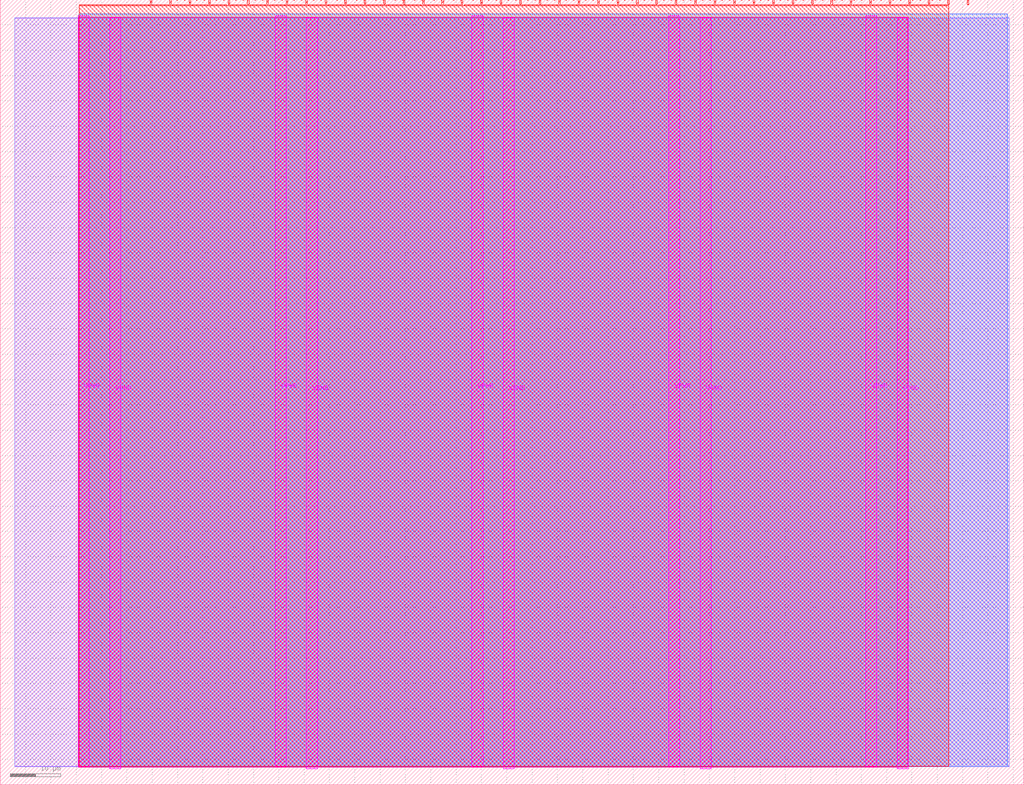
<source format=lef>
VERSION 5.7 ;
  NOWIREEXTENSIONATPIN ON ;
  DIVIDERCHAR "/" ;
  BUSBITCHARS "[]" ;
MACRO tt_um_wokwi_456576548374933505
  CLASS BLOCK ;
  FOREIGN tt_um_wokwi_456576548374933505 ;
  ORIGIN 0.000 0.000 ;
  SIZE 202.080 BY 154.980 ;
  PIN VGND
    DIRECTION INOUT ;
    USE GROUND ;
    PORT
      LAYER TopMetal1 ;
        RECT 21.580 3.150 23.780 151.420 ;
    END
    PORT
      LAYER TopMetal1 ;
        RECT 60.450 3.150 62.650 151.420 ;
    END
    PORT
      LAYER TopMetal1 ;
        RECT 99.320 3.150 101.520 151.420 ;
    END
    PORT
      LAYER TopMetal1 ;
        RECT 138.190 3.150 140.390 151.420 ;
    END
    PORT
      LAYER TopMetal1 ;
        RECT 177.060 3.150 179.260 151.420 ;
    END
  END VGND
  PIN VPWR
    DIRECTION INOUT ;
    USE POWER ;
    PORT
      LAYER TopMetal1 ;
        RECT 15.380 3.560 17.580 151.830 ;
    END
    PORT
      LAYER TopMetal1 ;
        RECT 54.250 3.560 56.450 151.830 ;
    END
    PORT
      LAYER TopMetal1 ;
        RECT 93.120 3.560 95.320 151.830 ;
    END
    PORT
      LAYER TopMetal1 ;
        RECT 131.990 3.560 134.190 151.830 ;
    END
    PORT
      LAYER TopMetal1 ;
        RECT 170.860 3.560 173.060 151.830 ;
    END
  END VPWR
  PIN clk
    DIRECTION INPUT ;
    USE SIGNAL ;
    ANTENNAGATEAREA 0.241800 ;
    PORT
      LAYER Metal4 ;
        RECT 187.050 153.980 187.350 154.980 ;
    END
  END clk
  PIN ena
    DIRECTION INPUT ;
    USE SIGNAL ;
    PORT
      LAYER Metal4 ;
        RECT 190.890 153.980 191.190 154.980 ;
    END
  END ena
  PIN rst_n
    DIRECTION INPUT ;
    USE SIGNAL ;
    PORT
      LAYER Metal4 ;
        RECT 183.210 153.980 183.510 154.980 ;
    END
  END rst_n
  PIN ui_in[0]
    DIRECTION INPUT ;
    USE SIGNAL ;
    PORT
      LAYER Metal4 ;
        RECT 179.370 153.980 179.670 154.980 ;
    END
  END ui_in[0]
  PIN ui_in[1]
    DIRECTION INPUT ;
    USE SIGNAL ;
    PORT
      LAYER Metal4 ;
        RECT 175.530 153.980 175.830 154.980 ;
    END
  END ui_in[1]
  PIN ui_in[2]
    DIRECTION INPUT ;
    USE SIGNAL ;
    PORT
      LAYER Metal4 ;
        RECT 171.690 153.980 171.990 154.980 ;
    END
  END ui_in[2]
  PIN ui_in[3]
    DIRECTION INPUT ;
    USE SIGNAL ;
    PORT
      LAYER Metal4 ;
        RECT 167.850 153.980 168.150 154.980 ;
    END
  END ui_in[3]
  PIN ui_in[4]
    DIRECTION INPUT ;
    USE SIGNAL ;
    ANTENNAGATEAREA 0.180700 ;
    PORT
      LAYER Metal4 ;
        RECT 164.010 153.980 164.310 154.980 ;
    END
  END ui_in[4]
  PIN ui_in[5]
    DIRECTION INPUT ;
    USE SIGNAL ;
    ANTENNAGATEAREA 0.180700 ;
    PORT
      LAYER Metal4 ;
        RECT 160.170 153.980 160.470 154.980 ;
    END
  END ui_in[5]
  PIN ui_in[6]
    DIRECTION INPUT ;
    USE SIGNAL ;
    ANTENNAGATEAREA 0.180700 ;
    PORT
      LAYER Metal4 ;
        RECT 156.330 153.980 156.630 154.980 ;
    END
  END ui_in[6]
  PIN ui_in[7]
    DIRECTION INPUT ;
    USE SIGNAL ;
    ANTENNAGATEAREA 0.180700 ;
    PORT
      LAYER Metal4 ;
        RECT 152.490 153.980 152.790 154.980 ;
    END
  END ui_in[7]
  PIN uio_in[0]
    DIRECTION INPUT ;
    USE SIGNAL ;
    PORT
      LAYER Metal4 ;
        RECT 148.650 153.980 148.950 154.980 ;
    END
  END uio_in[0]
  PIN uio_in[1]
    DIRECTION INPUT ;
    USE SIGNAL ;
    PORT
      LAYER Metal4 ;
        RECT 144.810 153.980 145.110 154.980 ;
    END
  END uio_in[1]
  PIN uio_in[2]
    DIRECTION INPUT ;
    USE SIGNAL ;
    PORT
      LAYER Metal4 ;
        RECT 140.970 153.980 141.270 154.980 ;
    END
  END uio_in[2]
  PIN uio_in[3]
    DIRECTION INPUT ;
    USE SIGNAL ;
    PORT
      LAYER Metal4 ;
        RECT 137.130 153.980 137.430 154.980 ;
    END
  END uio_in[3]
  PIN uio_in[4]
    DIRECTION INPUT ;
    USE SIGNAL ;
    PORT
      LAYER Metal4 ;
        RECT 133.290 153.980 133.590 154.980 ;
    END
  END uio_in[4]
  PIN uio_in[5]
    DIRECTION INPUT ;
    USE SIGNAL ;
    PORT
      LAYER Metal4 ;
        RECT 129.450 153.980 129.750 154.980 ;
    END
  END uio_in[5]
  PIN uio_in[6]
    DIRECTION INPUT ;
    USE SIGNAL ;
    PORT
      LAYER Metal4 ;
        RECT 125.610 153.980 125.910 154.980 ;
    END
  END uio_in[6]
  PIN uio_in[7]
    DIRECTION INPUT ;
    USE SIGNAL ;
    PORT
      LAYER Metal4 ;
        RECT 121.770 153.980 122.070 154.980 ;
    END
  END uio_in[7]
  PIN uio_oe[0]
    DIRECTION OUTPUT ;
    USE SIGNAL ;
    ANTENNADIFFAREA 0.299200 ;
    PORT
      LAYER Metal4 ;
        RECT 56.490 153.980 56.790 154.980 ;
    END
  END uio_oe[0]
  PIN uio_oe[1]
    DIRECTION OUTPUT ;
    USE SIGNAL ;
    ANTENNADIFFAREA 0.299200 ;
    PORT
      LAYER Metal4 ;
        RECT 52.650 153.980 52.950 154.980 ;
    END
  END uio_oe[1]
  PIN uio_oe[2]
    DIRECTION OUTPUT ;
    USE SIGNAL ;
    ANTENNADIFFAREA 0.299200 ;
    PORT
      LAYER Metal4 ;
        RECT 48.810 153.980 49.110 154.980 ;
    END
  END uio_oe[2]
  PIN uio_oe[3]
    DIRECTION OUTPUT ;
    USE SIGNAL ;
    ANTENNADIFFAREA 0.299200 ;
    PORT
      LAYER Metal4 ;
        RECT 44.970 153.980 45.270 154.980 ;
    END
  END uio_oe[3]
  PIN uio_oe[4]
    DIRECTION OUTPUT ;
    USE SIGNAL ;
    ANTENNADIFFAREA 0.299200 ;
    PORT
      LAYER Metal4 ;
        RECT 41.130 153.980 41.430 154.980 ;
    END
  END uio_oe[4]
  PIN uio_oe[5]
    DIRECTION OUTPUT ;
    USE SIGNAL ;
    ANTENNADIFFAREA 0.299200 ;
    PORT
      LAYER Metal4 ;
        RECT 37.290 153.980 37.590 154.980 ;
    END
  END uio_oe[5]
  PIN uio_oe[6]
    DIRECTION OUTPUT ;
    USE SIGNAL ;
    ANTENNADIFFAREA 0.299200 ;
    PORT
      LAYER Metal4 ;
        RECT 33.450 153.980 33.750 154.980 ;
    END
  END uio_oe[6]
  PIN uio_oe[7]
    DIRECTION OUTPUT ;
    USE SIGNAL ;
    ANTENNADIFFAREA 0.299200 ;
    PORT
      LAYER Metal4 ;
        RECT 29.610 153.980 29.910 154.980 ;
    END
  END uio_oe[7]
  PIN uio_out[0]
    DIRECTION OUTPUT ;
    USE SIGNAL ;
    ANTENNADIFFAREA 0.299200 ;
    PORT
      LAYER Metal4 ;
        RECT 87.210 153.980 87.510 154.980 ;
    END
  END uio_out[0]
  PIN uio_out[1]
    DIRECTION OUTPUT ;
    USE SIGNAL ;
    ANTENNADIFFAREA 0.299200 ;
    PORT
      LAYER Metal4 ;
        RECT 83.370 153.980 83.670 154.980 ;
    END
  END uio_out[1]
  PIN uio_out[2]
    DIRECTION OUTPUT ;
    USE SIGNAL ;
    ANTENNADIFFAREA 0.299200 ;
    PORT
      LAYER Metal4 ;
        RECT 79.530 153.980 79.830 154.980 ;
    END
  END uio_out[2]
  PIN uio_out[3]
    DIRECTION OUTPUT ;
    USE SIGNAL ;
    ANTENNADIFFAREA 0.299200 ;
    PORT
      LAYER Metal4 ;
        RECT 75.690 153.980 75.990 154.980 ;
    END
  END uio_out[3]
  PIN uio_out[4]
    DIRECTION OUTPUT ;
    USE SIGNAL ;
    ANTENNADIFFAREA 0.299200 ;
    PORT
      LAYER Metal4 ;
        RECT 71.850 153.980 72.150 154.980 ;
    END
  END uio_out[4]
  PIN uio_out[5]
    DIRECTION OUTPUT ;
    USE SIGNAL ;
    ANTENNADIFFAREA 0.299200 ;
    PORT
      LAYER Metal4 ;
        RECT 68.010 153.980 68.310 154.980 ;
    END
  END uio_out[5]
  PIN uio_out[6]
    DIRECTION OUTPUT ;
    USE SIGNAL ;
    ANTENNADIFFAREA 0.299200 ;
    PORT
      LAYER Metal4 ;
        RECT 64.170 153.980 64.470 154.980 ;
    END
  END uio_out[6]
  PIN uio_out[7]
    DIRECTION OUTPUT ;
    USE SIGNAL ;
    ANTENNADIFFAREA 0.299200 ;
    PORT
      LAYER Metal4 ;
        RECT 60.330 153.980 60.630 154.980 ;
    END
  END uio_out[7]
  PIN uo_out[0]
    DIRECTION OUTPUT ;
    USE SIGNAL ;
    ANTENNADIFFAREA 0.708600 ;
    PORT
      LAYER Metal4 ;
        RECT 117.930 153.980 118.230 154.980 ;
    END
  END uo_out[0]
  PIN uo_out[1]
    DIRECTION OUTPUT ;
    USE SIGNAL ;
    ANTENNADIFFAREA 0.708600 ;
    PORT
      LAYER Metal4 ;
        RECT 114.090 153.980 114.390 154.980 ;
    END
  END uo_out[1]
  PIN uo_out[2]
    DIRECTION OUTPUT ;
    USE SIGNAL ;
    ANTENNADIFFAREA 0.708600 ;
    PORT
      LAYER Metal4 ;
        RECT 110.250 153.980 110.550 154.980 ;
    END
  END uo_out[2]
  PIN uo_out[3]
    DIRECTION OUTPUT ;
    USE SIGNAL ;
    ANTENNADIFFAREA 0.708600 ;
    PORT
      LAYER Metal4 ;
        RECT 106.410 153.980 106.710 154.980 ;
    END
  END uo_out[3]
  PIN uo_out[4]
    DIRECTION OUTPUT ;
    USE SIGNAL ;
    ANTENNADIFFAREA 0.708600 ;
    PORT
      LAYER Metal4 ;
        RECT 102.570 153.980 102.870 154.980 ;
    END
  END uo_out[4]
  PIN uo_out[5]
    DIRECTION OUTPUT ;
    USE SIGNAL ;
    ANTENNADIFFAREA 0.708600 ;
    PORT
      LAYER Metal4 ;
        RECT 98.730 153.980 99.030 154.980 ;
    END
  END uo_out[5]
  PIN uo_out[6]
    DIRECTION OUTPUT ;
    USE SIGNAL ;
    ANTENNADIFFAREA 0.708600 ;
    PORT
      LAYER Metal4 ;
        RECT 94.890 153.980 95.190 154.980 ;
    END
  END uo_out[6]
  PIN uo_out[7]
    DIRECTION OUTPUT ;
    USE SIGNAL ;
    ANTENNADIFFAREA 0.708600 ;
    PORT
      LAYER Metal4 ;
        RECT 91.050 153.980 91.350 154.980 ;
    END
  END uo_out[7]
  OBS
      LAYER GatPoly ;
        RECT 2.880 3.630 199.200 151.350 ;
      LAYER Metal1 ;
        RECT 2.880 3.560 199.200 151.420 ;
      LAYER Metal2 ;
        RECT 15.560 3.635 198.825 152.185 ;
      LAYER Metal3 ;
        RECT 15.515 3.680 198.865 152.145 ;
      LAYER Metal4 ;
        RECT 15.560 153.770 29.400 153.980 ;
        RECT 30.120 153.770 33.240 153.980 ;
        RECT 33.960 153.770 37.080 153.980 ;
        RECT 37.800 153.770 40.920 153.980 ;
        RECT 41.640 153.770 44.760 153.980 ;
        RECT 45.480 153.770 48.600 153.980 ;
        RECT 49.320 153.770 52.440 153.980 ;
        RECT 53.160 153.770 56.280 153.980 ;
        RECT 57.000 153.770 60.120 153.980 ;
        RECT 60.840 153.770 63.960 153.980 ;
        RECT 64.680 153.770 67.800 153.980 ;
        RECT 68.520 153.770 71.640 153.980 ;
        RECT 72.360 153.770 75.480 153.980 ;
        RECT 76.200 153.770 79.320 153.980 ;
        RECT 80.040 153.770 83.160 153.980 ;
        RECT 83.880 153.770 87.000 153.980 ;
        RECT 87.720 153.770 90.840 153.980 ;
        RECT 91.560 153.770 94.680 153.980 ;
        RECT 95.400 153.770 98.520 153.980 ;
        RECT 99.240 153.770 102.360 153.980 ;
        RECT 103.080 153.770 106.200 153.980 ;
        RECT 106.920 153.770 110.040 153.980 ;
        RECT 110.760 153.770 113.880 153.980 ;
        RECT 114.600 153.770 117.720 153.980 ;
        RECT 118.440 153.770 121.560 153.980 ;
        RECT 122.280 153.770 125.400 153.980 ;
        RECT 126.120 153.770 129.240 153.980 ;
        RECT 129.960 153.770 133.080 153.980 ;
        RECT 133.800 153.770 136.920 153.980 ;
        RECT 137.640 153.770 140.760 153.980 ;
        RECT 141.480 153.770 144.600 153.980 ;
        RECT 145.320 153.770 148.440 153.980 ;
        RECT 149.160 153.770 152.280 153.980 ;
        RECT 153.000 153.770 156.120 153.980 ;
        RECT 156.840 153.770 159.960 153.980 ;
        RECT 160.680 153.770 163.800 153.980 ;
        RECT 164.520 153.770 167.640 153.980 ;
        RECT 168.360 153.770 171.480 153.980 ;
        RECT 172.200 153.770 175.320 153.980 ;
        RECT 176.040 153.770 179.160 153.980 ;
        RECT 179.880 153.770 183.000 153.980 ;
        RECT 183.720 153.770 186.840 153.980 ;
        RECT 15.560 3.635 187.300 153.770 ;
      LAYER Metal5 ;
        RECT 15.515 3.470 179.125 151.510 ;
  END
END tt_um_wokwi_456576548374933505
END LIBRARY


</source>
